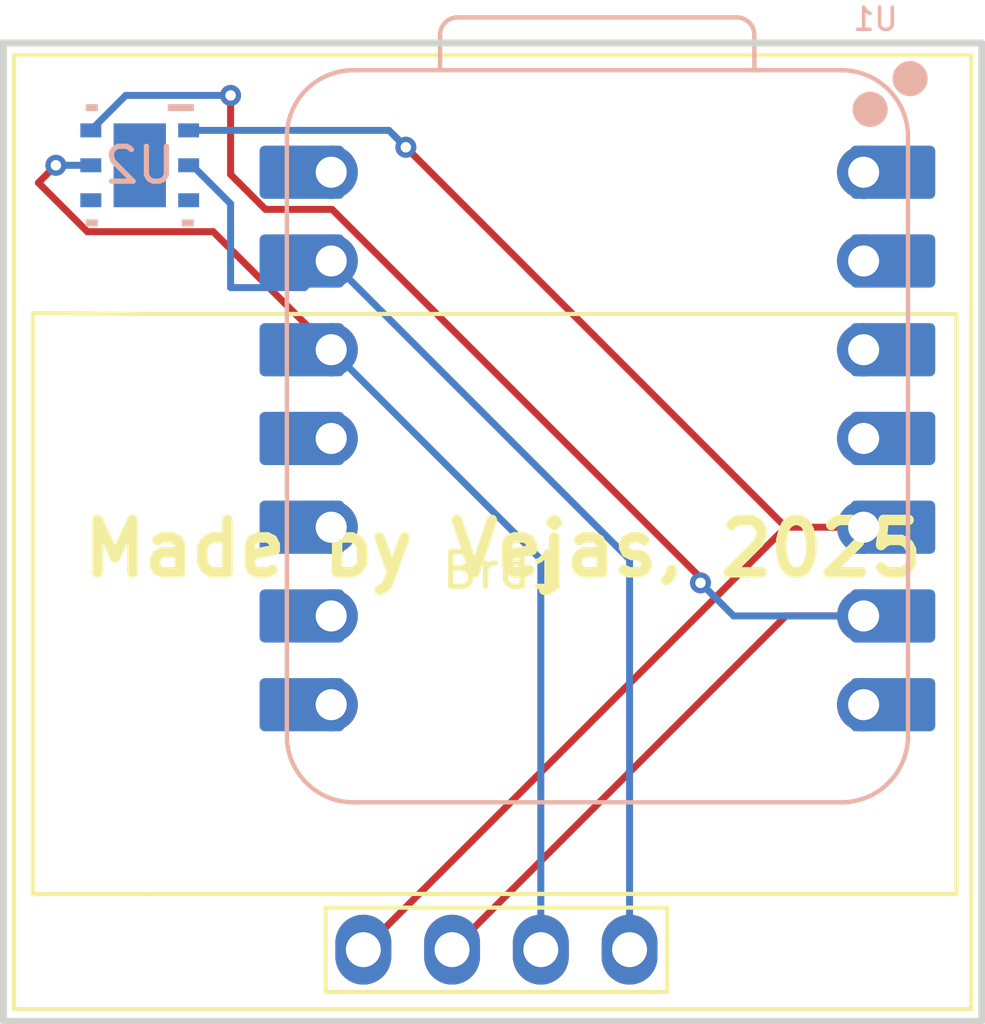
<source format=kicad_pcb>
(kicad_pcb (version 20241229) (generator "pcbnew") (generator_version "9.0")
  (layers (0 "F.Cu" signal) (2 "B.Cu" signal) (13 "F.Paste" user) (15 "B.Paste" user) (5 "F.SilkS" user "F.Silkscreen") (7 "B.SilkS" user "B.Silkscreen") (1 "F.Mask" user) (3 "B.Mask" user) (25 "Edge.Cuts" user))
  (net 0 "")
  (net 1 "SDA")
  (net 4 "GND")
  (net 9 "SCL")
  (net 12 "3v3")
  (footprint "SSD1306:128x64OLED" (layer "F.Cu") (at 76.3 69.35 180)
    (property "Reference" "Brd1" (at 0 0.254 0) (layer "F.SilkS"))
    (property "Value" "SSD1306")
    (fp_line (start 14 15) (end -13.4 15) (stroke (width 0.12)) (layer "F.SilkS"))
    (fp_line (start 14 -12.3) (end 14 15) (stroke (width 0.12)) (layer "F.SilkS"))
    (fp_line (start 13.462 7.62) (end 13.462 -9.017) (stroke (width 0.12)) (layer "F.SilkS"))
    (fp_line (start 13.462 -9.017) (end 13.208 -9.005) (stroke (width 0.12)) (layer "F.SilkS"))
    (fp_line (start 10.122 7.595) (end 13.462 7.62) (stroke (width 0.12)) (layer "F.SilkS"))
    (fp_line (start 10.122 7.595) (end -12.978 7.595) (stroke (width 0.12)) (layer "F.SilkS"))
    (fp_line (start 10.122 -9.005) (end 13.208 -9.005) (stroke (width 0.12)) (layer "F.SilkS"))
    (fp_line (start 5.08 -9.398) (end -4.699 -9.398) (stroke (width 0.12)) (layer "F.SilkS"))
    (fp_line (start 5.08 -11.811) (end 5.08 -9.398) (stroke (width 0.12)) (layer "F.SilkS"))
    (fp_line (start -4.699 -11.811) (end 5.08 -11.811) (stroke (width 0.12)) (layer "F.SilkS"))
    (fp_line (start -4.699 -11.811) (end -4.699 -9.398) (stroke (width 0.12)) (layer "F.SilkS"))
    (fp_line (start -12.978 7.595) (end -12.978 -9.005) (stroke (width 0.12)) (layer "F.SilkS"))
    (fp_line (start -12.978 -9.005) (end 10.122 -9.005) (stroke (width 0.12)) (layer "F.SilkS"))
    (fp_line (start -13.4 15) (end -13.4 -12.3) (stroke (width 0.12)) (layer "F.SilkS"))
    (fp_line (start -13.4 -12.3) (end 14 -12.3) (stroke (width 0.12)) (layer "F.SilkS"))
    (pad "1" thru_hole oval (at -3.62 -10.6 270) (size 2 1.6) (drill 1) (layers "*.Cu" "*.Mask") (net 4 "GND"))
    (pad "2" thru_hole oval (at -1.08 -10.6 270) (size 2 1.6) (drill 1) (layers "*.Cu" "*.Mask") (net 12 "3v3"))
    (pad "3" thru_hole oval (at 1.46 -10.6 270) (size 2 1.6) (drill 1) (layers "*.Cu" "*.Mask") (net 9 "SCL"))
    (pad "4" thru_hole oval (at 4 -10.6 270) (size 2 1.6) (drill 1) (layers "*.Cu" "*.Mask") (net 1 "SDA"))
  )
  (footprint "HDC1080DMBR:DMB0006A" (layer "B.Cu") (at 65.9 57.5 180)
    (property "Reference" "U2" (at 0 0 0) (layer "B.SilkS") (effects (justify mirror)))
    (property "Value" "HDC1080DMBR" (hide yes))
    (fp_poly (pts (xy 1.2 1.549999) (xy 1.549999 1.549999) (xy 1.549999 1.749999) (xy 1.2 1.749999)) (fill yes) (layer "B.SilkS"))
    (fp_poly (pts (xy 1.2 -1.749999) (xy 1.549999 -1.749999) (xy 1.549999 -1.549999) (xy 1.2 -1.549999)) (fill yes) (layer "B.SilkS"))
    (fp_poly (pts (xy -1.549999 1.549999) (xy -0.800001 1.549999) (xy -0.800001 1.750002) (xy -1.549999 1.750002)) (fill yes) (layer "B.SilkS"))
    (fp_poly (pts (xy -1.549999 -1.749999) (xy -1.2 -1.749999) (xy -1.2 -1.549999) (xy -1.549999 -1.549999)) (fill yes) (layer "B.SilkS"))
    (pad "1" smd rect (at -1.4 1.000001 180) (size 0.599999 0.399999) (layers "B.Cu" "B.Mask" "B.Paste") (net 1 "SDA"))
    (pad "2" smd rect (at -1.4 0 180) (size 0.599999 0.399999) (layers "B.Cu" "B.Mask" "B.Paste") (net 4 "GND"))
    (pad "3" smd rect (at -1.4 -1.000001 180) (size 0.599999 0.399999) (layers "B.Cu" "B.Mask" "B.Paste"))
    (pad "4" smd rect (at 1.4 -1.000001 180) (size 0.599999 0.399999) (layers "B.Cu" "B.Mask" "B.Paste"))
    (pad "5" smd rect (at 1.4 0 180) (size 0.599999 0.399999) (layers "B.Cu" "B.Mask" "B.Paste") (net 12 "3v3"))
    (pad "6" smd rect (at 1.4 1.000001 180) (size 0.599999 0.399999) (layers "B.Cu" "B.Mask" "B.Paste") (net 9 "SCL"))
    (pad "7" smd rect (at 0 0 180) (size 1.5 2.4) (layers "B.Cu" "B.Mask"))
  )
  (footprint "Seeed Studio XIAO Series Library:XIAO-ESP32C6-DIP" (layer "B.Cu") (at 78.955 65.3185 180)
    (property "Reference" "U1" (at -8 12 0) (layer "B.SilkS") (effects (font (size 0.635 0.635) (thickness 0.1016)) (justify mirror)))
    (property "Value" "XIAO-ESP32-S3-SMD")
    (fp_line (start 8.845 -8.509) (end 8.845 8.636) (stroke (width 0.127)) (layer "B.SilkS"))
    (fp_line (start 6.94 10.541) (end -7.03 10.541) (stroke (width 0.1)) (layer "B.SilkS"))
    (fp_line (start 6.94 10.541) (end -7.03 10.541) (stroke (width 0.127)) (layer "B.SilkS"))
    (fp_line (start 4.459 11.551) (end 4.459 10.541) (stroke (width 0.127)) (layer "B.SilkS"))
    (fp_line (start -4.036272 12.051) (end 3.959 12.051) (stroke (width 0.127)) (layer "B.SilkS"))
    (fp_line (start -4.54 10.541) (end -4.536272 11.551272) (stroke (width 0.127)) (layer "B.SilkS"))
    (fp_line (start -7.03 -10.414) (end 6.94 -10.414) (stroke (width 0.127)) (layer "B.SilkS"))
    (fp_line (start -8.935 -8.509) (end -8.935 8.636) (stroke (width 0.127)) (layer "B.SilkS"))
    (fp_arc (start 8.845 8.636) (mid 8.287038 9.983038) (end 6.94 10.541) (stroke (width 0.127)) (layer "B.SilkS"))
    (fp_arc (start 6.94 -10.414) (mid 8.287038 -9.856038) (end 8.845 -8.509) (stroke (width 0.127)) (layer "B.SilkS"))
    (fp_arc (start 4.459 11.551) (mid 4.312553 11.904553) (end 3.959 12.051) (stroke (width 0.127)) (layer "B.SilkS"))
    (fp_arc (start -4.036272 12.051) (mid -4.389724 11.904644) (end -4.536272 11.551272) (stroke (width 0.127)) (layer "B.SilkS"))
    (fp_arc (start -7.03 10.541) (mid -8.377038 9.983038) (end -8.935 8.636) (stroke (width 0.127)) (layer "B.SilkS"))
    (fp_arc (start -8.935 -8.509) (mid -8.377038 -9.856038) (end -7.03 -10.414) (stroke (width 0.127)) (layer "B.SilkS"))
    (fp_circle (center -7.852 9.42) (end -7.852 9.674) (stroke (width 0.5)) (fill yes) (layer "B.SilkS"))
    (fp_circle (center -8.995 10.3) (end -8.995 10.554) (stroke (width 0.5)) (fill yes) (layer "B.SilkS"))
    (pad "1" smd roundrect (at -8.5 7.62) (size 2.432 1.524) (layers "B.Cu" "B.Mask") (roundrect_rratio 0.1))
    (pad "1" thru_hole circle (at -7.665 7.62) (size 1.524 1.524) (drill 0.889) (layers "*.Cu" "*.Mask"))
    (pad "2" smd roundrect (at -8.5 5.08) (size 2.432 1.524) (layers "B.Cu" "B.Mask") (roundrect_rratio 0.1))
    (pad "2" thru_hole circle (at -7.665 5.08) (size 1.524 1.524) (drill 0.889) (layers "*.Cu" "*.Mask"))
    (pad "3" smd roundrect (at -8.5 2.54) (size 2.432 1.524) (layers "B.Cu" "B.Mask") (roundrect_rratio 0.1))
    (pad "3" thru_hole circle (at -7.665 2.54) (size 1.524 1.524) (drill 0.889) (layers "*.Cu" "*.Mask"))
    (pad "4" smd roundrect (at -8.5 0) (size 2.432 1.524) (layers "B.Cu" "B.Mask") (roundrect_rratio 0.1))
    (pad "4" thru_hole circle (at -7.665 0) (size 1.524 1.524) (drill 0.889) (layers "*.Cu" "*.Mask"))
    (pad "5" smd roundrect (at -8.5 -2.54) (size 2.432 1.524) (layers "B.Cu" "B.Mask") (roundrect_rratio 0.1) (net 1 "SDA"))
    (pad "5" thru_hole circle (at -7.665 -2.54) (size 1.524 1.524) (drill 0.889) (layers "*.Cu" "*.Mask") (net 1 "SDA"))
    (pad "6" smd roundrect (at -8.5 -5.08) (size 2.432 1.524) (layers "B.Cu" "B.Mask") (roundrect_rratio 0.1) (net 9 "SCL"))
    (pad "6" thru_hole circle (at -7.665 -5.08) (size 1.524 1.524) (drill 0.889) (layers "*.Cu" "*.Mask") (net 9 "SCL"))
    (pad "7" smd roundrect (at -8.5 -7.62) (size 2.432 1.524) (layers "B.Cu" "B.Mask") (roundrect_rratio 0.1))
    (pad "7" thru_hole circle (at -7.665 -7.62) (size 1.524 1.524) (drill 0.889) (layers "*.Cu" "*.Mask"))
    (pad "8" thru_hole circle (at 7.575 -7.62 180) (size 1.524 1.524) (drill 0.889) (layers "*.Cu" "*.Mask"))
    (pad "8" smd roundrect (at 8.41 -7.62 180) (size 2.432 1.524) (layers "B.Cu" "B.Mask") (roundrect_rratio 0.1))
    (pad "9" thru_hole circle (at 7.575 -5.08 180) (size 1.524 1.524) (drill 0.889) (layers "*.Cu" "*.Mask"))
    (pad "9" smd roundrect (at 8.41 -5.08 180) (size 2.432 1.524) (layers "B.Cu" "B.Mask") (roundrect_rratio 0.1))
    (pad "10" thru_hole circle (at 7.575 -2.54 180) (size 1.524 1.524) (drill 0.889) (layers "*.Cu" "*.Mask"))
    (pad "10" smd roundrect (at 8.41 -2.54 180) (size 2.432 1.524) (layers "B.Cu" "B.Mask") (roundrect_rratio 0.1))
    (pad "11" thru_hole circle (at 7.575 0 180) (size 1.524 1.524) (drill 0.889) (layers "*.Cu" "*.Mask"))
    (pad "11" smd roundrect (at 8.41 0 180) (size 2.432 1.524) (layers "B.Cu" "B.Mask") (roundrect_rratio 0.1))
    (pad "12" thru_hole circle (at 7.575 2.54 180) (size 1.524 1.524) (drill 0.889) (layers "*.Cu" "*.Mask") (net 12 "3v3"))
    (pad "12" smd roundrect (at 8.41 2.54 180) (size 2.432 1.524) (layers "B.Cu" "B.Mask") (roundrect_rratio 0.1) (net 12 "3v3"))
    (pad "13" thru_hole circle (at 7.575 5.08 180) (size 1.524 1.524) (drill 0.889) (layers "*.Cu" "*.Mask") (net 4 "GND"))
    (pad "13" smd roundrect (at 8.41 5.08 180) (size 2.432 1.524) (layers "B.Cu" "B.Mask") (roundrect_rratio 0.1) (net 4 "GND"))
    (pad "14" thru_hole circle (at 7.575 7.62 180) (size 1.524 1.524) (drill 0.889) (layers "*.Cu" "*.Mask"))
    (pad "14" smd roundrect (at 8.41 7.62 180) (size 2.432 1.524) (layers "B.Cu" "B.Mask") (roundrect_rratio 0.1))
  )
  (gr_rect (start 62 54) (end 90 82) (stroke (width 0.2)) (fill no) (layer "Edge.Cuts"))
  (gr_text "Made by Vejas, 2025" (at 76.3 69.35 0) (layer "F.SilkS") (effects (font (size 1.5 1.5) (thickness 0.3) (bold yes)) (justify bottom)))
  (segment (start 84.3915 67.8585) (end 86.62 67.8585) (width 0.2) (layer "F.Cu") (net 1))
  (segment (start 72.3 79.95) (end 84.3915 67.8585) (width 0.2) (layer "F.Cu") (net 1))
  (segment (start 73.1685 56.6355) (end 73.5165 56.9835) (width 0.2) (layer "F.Cu") (net 1))
  (segment (start 73.5165 56.9835) (end 84.3915 67.8585) (width 0.2) (layer "F.Cu") (net 1))
  (via (at 73.5165 56.9835) (size 0.6) (drill 0.3) (layers "F.Cu" "B.Cu") (net 1))
  (segment (start 73.032999 56.499999) (end 73.5165 56.9835) (width 0.2) (layer "B.Cu") (net 1))
  (segment (start 67.3 56.499999) (end 73.032999 56.499999) (width 0.2) (layer "B.Cu") (net 1))
  (segment (start 68.5 61) (end 70.6185 61) (width 0.2) (layer "B.Cu") (net 4))
  (segment (start 68.5 58.6) (end 67.4 57.5) (width 0.2) (layer "B.Cu") (net 4))
  (segment (start 79.92 79.95) (end 79.92 68.7785) (width 0.2) (layer "B.Cu") (net 4))
  (segment (start 67.4 57.5) (end 67.3 57.5) (width 0.2) (layer "B.Cu") (net 4))
  (segment (start 70.6185 61) (end 71.38 60.2385) (width 0.2) (layer "B.Cu") (net 4))
  (segment (start 79.92 68.7785) (end 71.38 60.2385) (width 0.2) (layer "B.Cu") (net 4))
  (segment (start 68.5 61) (end 68.5 58.6) (width 0.2) (layer "B.Cu") (net 4))
  (segment (start 68.5 57.7615) (end 69.5 58.7615) (width 0.2) (layer "F.Cu") (net 9))
  (segment (start 86.62 70.3985) (end 84.3915 70.3985) (width 0.2) (layer "F.Cu") (net 9))
  (segment (start 81.950735 69.305925) (end 81.950735 69.450735) (width 0.2) (layer "F.Cu") (net 9))
  (segment (start 84.3915 70.3985) (end 74.84 79.95) (width 0.2) (layer "F.Cu") (net 9))
  (segment (start 68.5 55.5) (end 68.5 57.7615) (width 0.2) (layer "F.Cu") (net 9))
  (segment (start 69.5 58.7615) (end 71.40631 58.7615) (width 0.2) (layer "F.Cu") (net 9))
  (segment (start 71.40631 58.7615) (end 81.950735 69.305925) (width 0.2) (layer "F.Cu") (net 9))
  (via (at 81.950735 69.450735) (size 0.6) (drill 0.3) (layers "F.Cu" "B.Cu") (net 9))
  (via (at 68.5 55.5) (size 0.6) (drill 0.3) (layers "F.Cu" "B.Cu") (net 9))
  (segment (start 64.5 56.499999) (end 65.499999 55.5) (width 0.2) (layer "B.Cu") (net 9))
  (segment (start 82.8985 70.3985) (end 86.62 70.3985) (width 0.2) (layer "B.Cu") (net 9))
  (segment (start 81.950735 69.450735) (end 82.8985 70.3985) (width 0.2) (layer "B.Cu") (net 9))
  (segment (start 65.499999 55.5) (end 68.5 55.5) (width 0.2) (layer "B.Cu") (net 9))
  (segment (start 68.000999 59.399499) (end 64.399499 59.399499) (width 0.2) (layer "F.Cu") (net 12))
  (segment (start 64.399499 59.399499) (end 63 58) (width 0.2) (layer "F.Cu") (net 12))
  (segment (start 68.000999 59.399499) (end 71.38 62.7785) (width 0.2) (layer "F.Cu") (net 12))
  (segment (start 63 58) (end 63.5 57.5) (width 0.2) (layer "F.Cu") (net 12))
  (via (at 63.5 57.5) (size 0.6) (drill 0.3) (layers "F.Cu" "B.Cu") (net 12))
  (segment (start 77.38 68.7785) (end 71.38 62.7785) (width 0.2) (layer "B.Cu") (net 12))
  (segment (start 63.5 57.5) (end 64.5 57.5) (width 0.2) (layer "B.Cu") (net 12))
  (segment (start 77.38 79.95) (end 77.38 68.7785) (width 0.2) (layer "B.Cu") (net 12))
)
</source>
